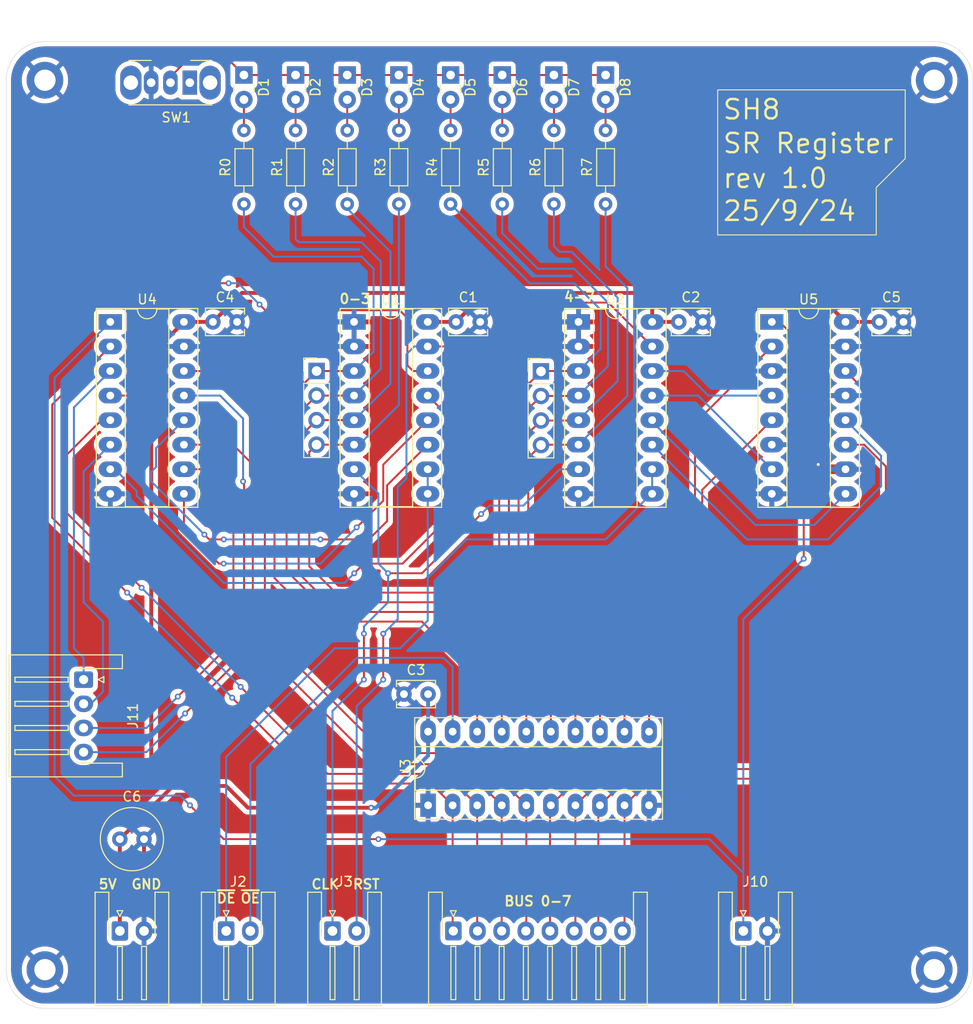
<source format=kicad_pcb>
(kicad_pcb (version 20240108) (generator "pcbnew") (generator_version "8.0")
  (layers (0 "F.Cu" signal) (31 "B.Cu" signal) (34 "B.Paste" user) (35 "F.Paste" user) (36 "B.SilkS" user "B.Silkscreen") (37 "F.SilkS" user "F.Silkscreen") (38 "B.Mask" user) (39 "F.Mask" user) (44 "Edge.Cuts" user))
  (net 0 "")
  (net 1 "+5V")
  (net 2 "GND")
  (net 3 "Net-(D1-A)")
  (net 4 "Net-(D2-A)")
  (net 5 "Net-(D3-A)")
  (net 6 "Net-(D4-A)")
  (net 7 "Net-(D5-A)")
  (net 8 "Net-(D6-A)")
  (net 9 "Net-(D7-A)")
  (net 10 "Net-(D8-A)")
  (net 11 "Net-(U2-D3)")
  (net 12 "Net-(U2-D0)")
  (net 13 "Net-(U2-D2)")
  (net 14 "Net-(U2-D1)")
  (net 15 "/OE_B")
  (net 16 "/DE_B")
  (net 17 "/CLK")
  (net 18 "/RST")
  (net 19 "/B5")
  (net 20 "/B0")
  (net 21 "/B6")
  (net 22 "/B7")
  (net 23 "/B2")
  (net 24 "/B1")
  (net 25 "/B3")
  (net 26 "/B4")
  (net 27 "/Y0")
  (net 28 "/Y1")
  (net 29 "/Y2")
  (net 30 "/Y3")
  (net 31 "/Y4")
  (net 32 "/Y5")
  (net 33 "/Y6")
  (net 34 "/Y7")
  (net 35 "Net-(D1-K)")
  (net 37 "/FLAGS_IN")
  (net 38 "/FLAGS_0")
  (net 39 "/FLAGS_2")
  (net 40 "/FLAGS_1")
  (net 41 "/FLAGS_3")
  (net 42 "Net-(U1-D0)")
  (net 43 "Net-(U1-D1)")
  (net 44 "Net-(U1-D2)")
  (net 45 "Net-(U1-D3)")
  (footprint "Capacitor_THT:C_Disc_D3.8mm_W2.6mm_P2.50mm" (layer "F.Cu") (at 121.38 78.999125)
    (property "Reference" "C4")
    (property "Value" "10n")
  )
  (footprint "Resistor_THT:R_Axial_DIN0204_L3.6mm_D1.6mm_P7.62mm_Horizontal" (layer "F.Cu") (at 145.965 66.81 90)
    (property "Reference" "R4")
    (property "Value" "1k")
  )
  (footprint "Resistor_THT:R_Axial_DIN0204_L3.6mm_D1.6mm_P7.62mm_Horizontal" (layer "F.Cu") (at 124.585 66.81 90)
    (property "Reference" "R0")
    (property "Value" "1k")
  )
  (footprint "Connector_JST:JST_XH_S2B-XH-A-1_1x02_P2.50mm_Horizontal" (layer "F.Cu") (at 122.75 142)
    (property "Reference" "J2")
    (property "Value" "Conn_01x02_Pin")
  )
  (footprint "Capacitor_THT:C_Disc_D3.8mm_W2.6mm_P2.50mm" (layer "F.Cu") (at 146.53 79)
    (property "Reference" "C1")
    (property "Value" "10n")
  )
  (footprint "LED_THT:LED_Rectangular_W3.0mm_H2.0mm" (layer "F.Cu") (at 124.585 53.46 -90)
    (property "Reference" "D1")
    (property "Value" "LED" (hide yes))
  )
  (footprint "Package_DIP:DIP-16_W7.62mm_Socket_LongPads" (layer "F.Cu") (at 179.2 79)
    (property "Reference" "U5")
    (property "Value" "74LS157")
  )
  (footprint "Resistor_THT:R_Axial_DIN0204_L3.6mm_D1.6mm_P7.62mm_Horizontal" (layer "F.Cu") (at 129.93 66.81 90)
    (property "Reference" "R1")
    (property "Value" "1k")
  )
  (footprint "Capacitor_THT:C_Disc_D3.8mm_W2.6mm_P2.50mm" (layer "F.Cu") (at 169.57 79)
    (property "Reference" "C2")
    (property "Value" "10n")
  )
  (footprint "MountingHole:MountingHole_2.2mm_M2_DIN965_Pad" (layer "F.Cu") (at 196 146)
    (property "Reference" "H2" (hide yes))
    (property "Value" "MountingHole_Pad" (hide yes))
  )
  (footprint "LED_THT:LED_Rectangular_W3.0mm_H2.0mm" (layer "F.Cu") (at 135.275 53.46 -90)
    (property "Reference" "D3")
    (property "Value" "LED" (hide yes))
  )
  (footprint "Connector_JST:JST_XH_S2B-XH-A-1_1x02_P2.50mm_Horizontal" (layer "F.Cu") (at 111.75 142)
    (property "Reference" "J1" (hide yes))
    (property "Value" "Conn_01x02_Pin")
  )
  (footprint "LED_THT:LED_Rectangular_W3.0mm_H2.0mm" (layer "F.Cu") (at 140.62 53.46 -90)
    (property "Reference" "D4")
    (property "Value" "LED" (hide yes))
  )
  (footprint "LED_THT:LED_Rectangular_W3.0mm_H2.0mm" (layer "F.Cu") (at 151.31 53.46 -90)
    (property "Reference" "D6")
    (property "Value" "LED" (hide yes))
  )
  (footprint "MountingHole:MountingHole_2.2mm_M2_DIN965_Pad" (layer "F.Cu") (at 104 54)
    (property "Reference" "H1" (hide yes))
    (property "Value" "MountingHole_Pad" (hide yes))
  )
  (footprint "Connector_JST:JST_XH_S8B-XH-A-1_1x08_P2.50mm_Horizontal" (layer "F.Cu") (at 146.25 142)
    (property "Reference" "J4" (hide yes))
    (property "Value" "Conn_01x08_Pin" (hide yes))
  )
  (footprint "Package_DIP:DIP-16_W7.62mm_Socket_LongPads" (layer "F.Cu") (at 135.98 79)
    (property "Reference" "U1")
    (property "Value" "74LS173")
  )
  (footprint "Connector_PinHeader_2.54mm:PinHeader_1x04_P2.54mm_Vertical" (layer "F.Cu") (at 132.1 84.08)
    (property "Reference" "J6" (hide yes))
    (property "Value" "Conn_01x04_Pin" (hide yes))
  )
  (footprint "Resistor_THT:R_Axial_DIN0204_L3.6mm_D1.6mm_P7.62mm_Horizontal" (layer "F.Cu") (at 156.655 66.81 90)
    (property "Reference" "R6")
    (property "Value" "1k")
  )
  (footprint "Capacitor_THT:C_Radial_D6.3mm_H11.0mm_P2.50mm" (layer "F.Cu") (at 111.75 132.5)
    (property "Reference" "C6")
    (property "Value" "1uF")
  )
  (footprint "Package_DIP:DIP-16_W7.62mm_Socket_LongPads" (layer "F.Cu") (at 159.2 79)
    (property "Reference" "U2")
    (property "Value" "74LS173")
  )
  (footprint "Connector_JST:JST_XH_S2B-XH-A-1_1x02_P2.50mm_Horizontal" (layer "F.Cu") (at 176.25 142)
    (property "Reference" "J10")
    (property "Value" "Conn_01x02_Pin")
  )
  (footprint "LED_THT:LED_Rectangular_W3.0mm_H2.0mm" (layer "F.Cu") (at 156.655 53.46 -90)
    (property "Reference" "D7")
    (property "Value" "LED" (hide yes))
  )
  (footprint "Resistor_THT:R_Axial_DIN0204_L3.6mm_D1.6mm_P7.62mm_Horizontal" (layer "F.Cu") (at 162 66.81 90)
    (property "Reference" "R7")
    (property "Value" "1k")
  )
  (footprint "MountingHole:MountingHole_2.2mm_M2_DIN965_Pad" (layer "F.Cu") (at 196 54)
    (property "Reference" "H4" (hide yes))
    (property "Value" "MountingHole_Pad" (hide yes))
  )
  (footprint "Resistor_THT:R_Axial_DIN0204_L3.6mm_D1.6mm_P7.62mm_Horizontal" (layer "F.Cu") (at 140.62 66.81 90)
    (property "Reference" "R3")
    (property "Value" "1k")
  )
  (footprint "LED_THT:LED_Rectangular_W3.0mm_H2.0mm" (layer "F.Cu") (at 162 53.46 -90)
    (property "Reference" "D8")
    (property "Value" "LED" (hide yes))
  )
  (footprint "Package_DIP:DIP-20_W7.62mm_Socket_LongPads" (layer "F.Cu") (at 143.64 129 90)
    (property "Reference" "U3")
    (property "Value" "74LS245")
  )
  (footprint "Capacitor_THT:C_Disc_D3.8mm_W2.6mm_P2.50mm" (layer "F.Cu") (at 143.64 117.5 180)
    (property "Reference" "C3")
    (property "Value" "10n")
  )
  (footprint "Connector_JST:JST_XH_S2B-XH-A-1_1x02_P2.50mm_Horizontal" (layer "F.Cu") (at 133.75 142)
    (property "Reference" "J3")
    (property "Value" "Conn_01x02_Pin")
  )
  (footprint "LED_THT:LED_Rectangular_W3.0mm_H2.0mm" (layer "F.Cu") (at 129.93 53.46 -90)
    (property "Reference" "D2")
    (property "Value" "LED" (hide yes))
  )
  (footprint "Capacitor_THT:C_Disc_D3.8mm_W2.6mm_P2.50mm" (layer "F.Cu") (at 190.32 79)
    (property "Reference" "C5")
    (property "Value" "10n")
  )
  (footprint "MountingHole:MountingHole_2.2mm_M2_DIN965_Pad" (layer "F.Cu") (at 104 146)
    (property "Reference" "H3" (hide yes))
    (property "Value" "MountingHole_Pad" (hide yes))
  )
  (footprint "LED_THT:LED_Rectangular_W3.0mm_H2.0mm" (layer "F.Cu") (at 145.965 53.46 -90)
    (property "Reference" "D5")
    (property "Value" "LED" (hide yes))
  )
  (footprint "Resistor_THT:R_Axial_DIN0204_L3.6mm_D1.6mm_P7.62mm_Horizontal" (layer "F.Cu") (at 151.31 66.81 90)
    (property "Reference" "R5")
    (property "Value" "1k")
  )
  (footprint "Connector_PinHeader_2.54mm:PinHeader_1x04_P2.54mm_Vertical" (layer "F.Cu") (at 155.32 84.12)
    (property "Reference" "J7" (hide yes))
    (property "Value" "Conn_01x04_Pin" (hide yes))
  )
  (footprint "Button_Switch_THT:SW_Slide_SPDT_Angled_CK_OS102011MA1Q" (layer "F.Cu") (at 118.985 54.25 180)
    (property "Reference" "SW1")
    (property "Value" "SW_SPDT")
  )
  (footprint "Connector_JST:JST_XH_S4B-XH-A-1_1x04_P2.50mm_Horizontal" (layer "F.Cu") (at 108 116 -90)
    (property "Reference" "J11")
    (property "Value" "Conn_01x04_Pin")
  )
  (footprint "Resistor_THT:R_Axial_DIN0204_L3.6mm_D1.6mm_P7.62mm_Horizontal" (layer "F.Cu") (at 135.275 66.81 90)
    (property "Reference" "R2")
    (property "Value" "1k")
  )
  (footprint "Package_DIP:DIP-16_W7.62mm_Socket_LongPads" (layer "F.Cu") (at 110.76 78.999125)
    (property "Reference" "U4")
    (property "Value" "74LS157")
  )
  (gr_poly (pts (xy 173.6 55) (xy 173.6 70) (xy 190 70) (xy 190 65.1) (xy 193 62.1) (xy 193 55)) (stroke (width 0.1)) (fill none) (layer "F.SilkS"))
  (gr_line (start 196 150) (end 104 150) (stroke (width 0.05)) (layer "Edge.Cuts"))
  (gr_arc (start 196 50) (mid 198.828427 51.171573) (end 200 54) (stroke (width 0.05)) (layer "Edge.Cuts"))
  (gr_line (start 200 54) (end 200 146) (stroke (width 0.05)) (layer "Edge.Cuts"))
  (gr_arc (start 200 146) (mid 198.828427 148.828427) (end 196 150) (stroke (width 0.05)) (layer "Edge.Cuts"))
  (gr_line (start 104 50) (end 196 50) (stroke (width 0.05)) (layer "Edge.Cuts"))
  (gr_arc (start 100 54) (mid 101.171573 51.171573) (end 104 50) (stroke (width 0.05)) (layer "Edge.Cuts"))
  (gr_arc (start 104 150) (mid 101.171573 148.828427) (end 100 146) (stroke (width 0.05)) (layer "Edge.Cuts"))
  (gr_line (start 100 146) (end 100 54) (stroke (width 0.05)) (layer "Edge.Cuts"))
  (gr_text "rev 1.0" (at 174 65.3 0) (layer "F.SilkS") (effects (font (size 2 2) (thickness 0.25)) (justify left bottom)))
  (gr_text "0-3" (at 137.78 77.2 0) (layer "F.SilkS") (effects (font (size 1 1) (thickness 0.2) (bold yes)) (justify right bottom)))
  (gr_text "CLK" (at 133 137.75 0) (layer "F.SilkS") (effects (font (size 1 1) (thickness 0.2) (bold yes)) (justify bottom)))
  (gr_text "~{DE}\n" (at 122.75 139.2 0) (layer "F.SilkS") (effects (font (size 1 1) (thickness 0.2) (bold yes)) (justify bottom)))
  (gr_text "~{OE}\n" (at 125.25 139.2 0) (layer "F.SilkS") (effects (font (size 1 1) (thickness 0.2) (bold yes)) (justify bottom)))
  (gr_text "4-7\n" (at 161 77 0) (layer "F.SilkS") (effects (font (size 1 1) (thickness 0.2) (bold yes)) (justify right bottom)))
  (gr_text "25/9/24" (at 174 68.7 0) (layer "F.SilkS") (effects (font (size 2 2) (thickness 0.25)) (justify left bottom)))
  (gr_text "5V\n" (at 110.5 137.75 0) (layer "F.SilkS") (effects (font (size 1 1) (thickness 0.2) (bold yes)) (justify bottom)))
  (gr_text "GND" (at 114.5 137.75 0) (layer "F.SilkS") (effects (font (size 1 1) (thickness 0.2) (bold yes)) (justify bottom)))
  (gr_text "SH8" (at 174 58.2 0) (layer "F.SilkS") (effects (font (size 2 2) (thickness 0.25)) (justify left bottom)))
  (gr_text "SR Register" (at 174 61.7 0) (layer "F.SilkS") (effects (font (size 2 2) (thickness 0.25)) (justify left bottom)))
  (gr_text "RST" (at 137.25 137.75 0) (layer "F.SilkS") (effects (font (size 1 1) (thickness 0.2) (bold yes)) (justify bottom)))
  (segment (start 115 124.5) (end 117.5 127) (width 0.4) (layer "F.Cu") (net 1))
  (segment (start 111.75 132.5) (end 117.25 127) (width 0.4) (layer "F.Cu") (net 1))
  (segment (start 118.38 78.999125) (end 121.38 78.999125) (width 0.4) (layer "F.Cu") (net 1))
  (segment (start 124.5 76) (end 124.379125 76) (width 0.4) (layer "F.Cu") (net 1))
  (segment (start 146.53 79) (end 149.53 76) (width 0.4) (layer "F.Cu") (net 1))
  (segment (start 111.75 132.5) (end 111.75 142) (width 0.4) (layer "F.Cu") (net 1))
  (segment (start 182.82 75) (end 169.5 75) (width 0.4) (layer "F.Cu") (net 1))
  (segment (start 166.82 79) (end 169.57 79) (width 0.4) (layer "F.Cu") (net 1))
  (segment (start 168.5 76) (end 166.82 77.68) (width 0.4) (layer "F.Cu") (net 1))
  (segment (start 115 82.379125) (end 115 124.5) (width 0.4) (layer "F.Cu") (net 1))
  (segment (start 150 76) (end 124.5 76) (width 0.4) (layer "F.Cu") (net 1))
  (segment (start 124.379125 76) (end 121.38 78.999125) (width 0.4) (layer "F.Cu") (net 1))
  (segment (start 166.82 77.68) (end 166.82 79) (width 0.4) (layer "F.Cu") (net 1))
  (segment (start 117.25 127) (end 117.5 127) (width 0.4) (layer "F.Cu") (net 1))
  (segment (start 150 76) (end 168.5 76) (width 0.4) (layer "F.Cu") (net 1))
  (segment (start 186.82 79) (end 182.82 75) (width 0.4) (layer "F.Cu") (net 1))
  (segment (start 118.38 78.999125) (end 115 82.379125) (width 0.4) (layer "F.Cu") (net 1))
  (segment (start 146.53 79) (end 143.6 79) (width 0.4) (layer "F.Cu") (net 1))
  (segment (start 125 129.25) (end 137.75 129.25) (width 0.4) (layer "F.Cu") (net 1))
  (segment (start 149.53 76) (end 150 76) (width 0.4) (layer "F.Cu") (net 1))
  (segment (start 186.82 79) (end 190.32 79) (width 0.4) (layer "F.Cu") (net 1))
  (segment (start 122.75 127) (end 125 129.25) (width 0.4) (layer "F.Cu") (net 1))
  (segment (start 169.5 75) (end 168.5 76) (width 0.4) (layer "F.Cu") (net 1))
  (segment (start 117.5 127) (end 122.75 127) (width 0.4) (layer "F.Cu") (net 1))
  (via (at 137.75 129.25) (size 0.6) (drill 0.3) (layers "F.Cu" "B.Cu") (net 1))
  (segment (start 138.25 129.25) (end 143.64 123.86) (width 0.4) (layer "B.Cu") (net 1))
  (segment (start 143.64 117.5) (end 143.64 121.38) (width 0.4) (layer "B.Cu") (net 1))
  (segment (start 143.64 123.86) (end 143.64 121.38) (width 0.4) (layer "B.Cu") (net 1))
  (segment (start 137.75 129.25) (end 138.25 129.25) (width 0.4) (layer "B.Cu") (net 1))
  (segment (start 186.82 94.24) (end 184.49 94.24) (width 1) (layer "F.Cu") (net 2))
  (segment (start 114.25 132.5) (end 114.25 142) (width 0.4) (layer "F.Cu") (net 2))
  (segment (start 184.49 94.24) (end 184 93.75) (width 1) (layer "F.Cu") (net 2))
  (via (at 184 93.75) (size 0.6) (drill 0.3) (layers "F.Cu" "B.Cu") (net 2))
  (segment (start 121.34 81.539125) (end 123.88 78.999125) (width 0.2) (layer "B.Cu") (net 2))
  (segment (start 118.38 81.539125) (end 121.34 81.539125) (width 0.2) (layer "B.Cu") (net 2))
  (segment (start 159.2 79) (end 159.2 81.54) (width 0.2) (layer "B.Cu") (net 2))
  (segment (start 135.98 81.54) (end 135.98 79) (width 0.2) (layer "B.Cu") (net 2))
  (segment (start 181.95 91.7) (end 184 93.75) (width 0.4) (layer "B.Cu") (net 2))
  (segment (start 179.2 91.7) (end 181.95 91.7) (width 0.4) (layer "B.Cu") (net 2))
  (segment (start 124.585 56) (end 124.585 59.19) (width 0.2) (layer "F.Cu") (net 3))
  (segment (start 129.93 59.19) (end 129.93 56) (width 0.2) (layer "F.Cu") (net 4))
  (segment (start 135.275 56) (end 135.275 59.19) (width 0.2) (layer "F.Cu") (net 5))
  (segment (start 140.62 56) (end 140.62 59.19) (width 0.2) (layer "F.Cu") (net 6))
  (segment (start 145.965 56) (end 145.965 59.19) (width 0.2) (layer "F.Cu") (net 7))
  (segment (start 151.31 56) (end 151.31 59.19) (width 0.2) (layer "F.Cu") (net 8))
  (segment (start 156.655 59.19) (end 156.655 56) (width 0.2) (layer "F.Cu") (net 9))
  (segment (start 162 55.69) (end 162 58.88) (width 0.2) (layer "F.Cu") (net 10))
  (segment (start 190.5 92.84) (end 186.82 89.16) (width 0.2) (layer "B.Cu") (net 11))
  (segment (start 166.82 91.7) (end 176.62 101.5) (width 0.2) (layer "B.Cu") (net 11))
  (segment (start 185 101.5) (end 190.5 96) (width 0.2) (layer "B.Cu") (net 11))
  (segment (start 190.5 96) (end 190.5 92.84) (width 0.2) (layer "B.Cu") (net 11))
  (segment (start 176.62 101.5) (end 185 101.5) (width 0.2) (layer "B.Cu") (net 11))
  (segment (start 172.62 86.62) (end 179.2 86.62) (width 0.2) (layer "B.Cu") (net 12))
  (segment (start 166.82 84.08) (end 170.08 84.08) (width 0.2) (layer "B.Cu") (net 12))
  (segment (start 170.08 84.08) (end 172.62 86.62) (width 0.2) (layer "B.Cu") (net 12))
  (segment (start 177.5 100) (end 183.6 100) (width 0.2) (layer "B.Cu") (net 13))
  (segment (start 166.82 89.32) (end 177.5 100) (width 0.2) (layer "B.Cu") (net 13))
  (segment (start 183.6 100) (end 186.82 96.78) (width 0.2) (layer "B.Cu") (net 13))
  (segment (start 166.82 89.16) (end 166.82 89.32) (width 0.2) (layer "B.Cu") (net 13))
  (segment (start 171.58 86.62) (end 179.2 94.24) (width 0.2) (layer "B.Cu") (net 14))
  (segment (start 166.82 86.62) (end 171.58 86.62) (width 0.2) (layer "B.Cu") (net 14))
  (segment (start 136.25 113.75) (end 125.25 124.75) (width 0.2) (layer "B.Cu") (net 15))
  (segment (start 146.18 114.68) (end 145.25 113.75) (width 0.2) (layer "B.Cu") (net 15))
  (segment (start 125.25 124.75) (end 125.25 142) (width 0.2) (layer "B.Cu") (net 15))
  (segment (start 145.25 113.75) (end 136.25 113.75) (width 0.2) (layer "B.Cu") (net 15))
  (segment (start 146.18 121.38) (end 146.18 114.68) (width 0.2) (layer "B.Cu") (net 15))
  (segment (start 143.6 109.9) (end 140.75 112.75) (width 0.2) (layer "B.Cu") (net 16))
  (segment (start 147.6 101.5) (end 143.6 105.5) (width 0.2) (layer "B.Cu") (net 16))
  (segment (start 134 112.75) (end 122.75 124) (width 0.2) (layer "B.Cu") (net 16))
  (segment (start 166.72 96.78) (end 162 101.5) (width 0.2) (layer "B.Cu") (net 16))
  (segment (start 140.75 112.75) (end 134 112.75) (width 0.2) (layer "B.Cu") (net 16))
  (segment (start 162 101.5) (end 147.6 101.5) (width 0.2) (layer "B.Cu") (net 16))
  (segment (start 166.82 96.78) (end 166.82 94.24) (width 0.2) (layer "B.Cu") (net 16))
  (segment (start 143.6 96.78) (end 143.6 109.9) (width 0.2) (layer "B.Cu") (net 16))
  (segment (start 143.6 96.78) (end 143.6 94.24) (width 0.2) (layer "B.Cu") (net 16))
  (segment (start 122.75 124) (end 122.75 142) (width 0.2) (layer "B.Cu") (net 16))
  (segment (start 166.82 96.78) (end 166.72 96.78) (width 0.2) (layer "B.Cu") (net 16))
  (segment (start 143 105) (end 139.5 105) (width 0.2) (layer "F.Cu") (net 17))
  (segment (start 149.125 98.875) (end 143 105) (width 0.2) (layer "F.Cu") (net 17))
  (segment (start 137 116) (end 137 111.25) (width 0.2) (layer "F.Cu") (net 17))
  (via (at 149.125 98.875) (size 0.6) (drill 0.3) (layers "F.Cu" "B.Cu") (net 17))
  (via (at 139.5 105) (size 0.6) (drill 0.3) (layers "F.Cu" "B.Cu") (net 17))
  (via (at 137 111.25) (size 0.6) (drill 0.3) (layers "F.Cu" "B.Cu") (net 17))
  (via (at 137 116) (size 0.6) (drill 0.3) (layers "F.Cu" "B.Cu") (net 17))
  (segment (start 137 111.25) (end 137 110.5) (width 0.2) (layer "B.Cu") (net 17))
  (segment (start 139.5 108) (end 139.5 105) (width 0.2) (layer "B.Cu") (net 17))
  (segment (start 138.5 96.76) (end 135.98 94.24) (width 0.2) (layer "B.Cu") (net 17))
  (segment (start 133.75 142) (end 133.75 119.25) (width 0.2) (layer "B.Cu") (net 17))
  (segment (start 150 98) (end 153.5 98) (width 0.2) (layer "B.Cu") (net 17))
  (segment (start 149.125 98.875) (end 150 98) (width 0.2) (layer "B.Cu") (net 17))
  (segment (start 139.5 105) (end 138.5 104) (width 0.2) (layer "B.Cu") (net 17))
  (segment (start 157.26 94.24) (end 159.2 94.24) (width 0.2) (layer "B.Cu") (net 17))
  (segment (start 138.5 104) (end 138.5 96.76) (width 0.2) (layer "B.Cu") (net 17))
  (segment (start 133.75 119.25) (end 137 116) (width 0.2) (layer "B.Cu") (net 17))
  (segment (start 137 110.5) (end 139.5 108) (width 0.2) (layer "B.Cu") (net 17))
  (segment (start 153.5 98) (end 157.26 94.24) (width 0.2) (layer "B.Cu") (net 17))
  (segment (start 139 116) (end 139 111.25) (width 0.2) (layer "F.Cu") (net 18))
  (segment (start 143.6 81.54) (end 152.96 81.54) (width 0.2) (layer "F.Cu") (net 18))
  (segment (start 162.28 77) (end 166.82 81.54) (width 0.2) (layer "F.Cu") (net 18))
  (segment (start 157.5 77) (end 162.28 77) (width 0.2) (layer "F.Cu") (net 18))
  (segment (start 152.96 81.54) (end 157.5 77) (width 0.2) (layer "F.Cu") (net 18))
  (via (at 139 111.25) (size 0.6) (drill 0.3) (layers "F.Cu" "B.Cu") (net 18))
  (via (at 139 116) (size 0.6) (drill 0.3) (layers "F.Cu" "B.Cu") (net 18))
  (segment (start 136.25 142) (end 136.25 118.75) (width 0.2) (layer "B.Cu") (net 18))
  (segment (start 140.5 109.75) (end 140.5 96.1) (width 0.2) (layer "B.Cu") (net 18))
  (segment (start 139 111.25) (end 140.5 109.75) (width 0.2) (layer "B.Cu") (net 18))
  (segment (start 142.21 81.54) (end 143.6 81.54) (width 0.2) (layer "B.Cu") (net 18))
  (segment (start 140.5 96.1) (end 141.4 95.2) (width 0.2) (layer "B.Cu") (net 18))
  (segment (start 136.25 118.75) (end 139 116) (width 0.2) (layer "B.Cu") (net 18))
  (segment (start 141.4 95.2) (end 141.4 82.35) (width 0.2) (layer "B.Cu") (net 18))
  (segment (start 141.4 82.35) (end 142.21 81.54) (width 0.2) (layer "B.Cu") (net 18))
  (segment (start 163.63 124.25) (end 158.88 129) (width 0.2) (layer "F.Cu") (net 19))
  (segment (start 179.2 89.16) (end 172 96.36) (width 0.2) (layer "F.Cu") (net 19))
  (segment (start 172 122.5) (end 170.25 124.25) (width 0.2) (layer "F.Cu") (net 19))
  (segment (start 172 96.36) (end 172 122.5) (width 0.2) (layer "F.Cu") (net 19))
  (segment (start 158.88 129) (end 158.88 141.87) (width 0.2) (layer "F.Cu") (net 19))
  (segment (start 170.25 124.25) (end 163.63 124.25) (width 0.2) (layer "F.Cu") (net 19))
  (segment (start 158.88 141.87) (end 158.75 142) (width 0.2) (layer "F.Cu") (net 19))
  (segment (start 104.75 99.25) (end 104.75 87.549125) (width 0.2) (layer "F.Cu") (net 20))
  (segment (start 123.375 117.875) (end 132.25 126.75) (width 0.2) (layer "F.Cu") (net 20))
  (segment (start 112.5 107) (end 104.75 99.25) (width 0.2) (layer "F.Cu") (net 20))
  (segment (start 132.25 126.75) (end 143.93 126.75) (width 0.2) (layer "F.Cu") (net 20))
  (segment (start 146.18 129) (end 146.18 141.93) (width 0.2) (layer "F.Cu") (net 20))
  (segment (start 104.75 87.549125) (end 110.76 81.539125) (width 0.2) (layer "F.Cu") (net 20))
  (segment (start 143.93 126.75) (end 146.18 129) (width 0.2) (layer "F.Cu") (net 20))
  (segment (start 146.18 141.93) (end 146.25 142) (width 0.2) (layer "F.Cu") (net 20))
  (via (at 123.375 117.875) (size 0.6) (drill 0.3) (layers "F.Cu" "B.Cu") (net 20))
  (via (at 112.5 107) (size 0.6) (drill 0.3) (layers "F.Cu" "B.Cu") (net 20))
  (segment (start 123.375 117.875) (end 112.5 107) (width 0.2) (layer "B.Cu") (net 20))
  (segment (start 191 115.934314) (end 181.684314 125.25) (width 0.2) (layer "F.Cu") (net 21))
  (segment (start 188.75 91.7) (end 191 93.95) (width 0.2) (layer "F.Cu") (net 21))
  (segment (start 165.17 125.25) (end 161.42 129) (width 0.2) (layer "F.Cu") (net 21))
  (segment (start 161.25 142) (end 161.25 129.17) (width 0.2) (layer "F.Cu") (net 21))
  (segment (start 186.82 91.7) (end 188.75 91.7) (width 0.2) (layer "F.Cu") (net 21))
  (segment (start 161.25 129.17) (end 161.42 129) (width 0.2) (layer "F.Cu") (net 21))
  (segment (start 191 93.95) (end 191 115.934314) (width 0.2) (layer "F.Cu") (net 21))
  (segment (start 181.684314 125.25) (end 165.17 125.25) (width 0.2) (layer "F.Cu") (net 21))
  (segment (start 193 116.5) (end 193 90.26) (width 0.2) (layer "F.Cu") (net 22))
  (segment (start 163.96 129) (end 163.96 141.79) (width 0.2) (layer "F.Cu") (net 22))
  (segment (start 183.25 126.25) (end 193 116.5) (width 0.2) (layer "F.Cu") (net 22))
  (segment (start 163.96 129) (end 166.71 126.25) (width 0.2) (layer "F.Cu") (net 22))
  (segment (start 193 90.26) (end 186.82 84.08) (width 0.2) (layer "F.Cu") (net 22))
  (segment (start 166.71 126.25) (end 183.25 126.25) (width 0.2) (layer "F.Cu") (net 22))
  (segment (start 163.96 141.79) (end 163.75 142) (width 0.2) (layer "F.Cu") (net 22))
  (segment (start 151.25 142) (end 151.25 129.01) (width 0.2) (layer "F.Cu") (net 23))
  (segment (start 147.25 124.75) (end 138.25 124.75) (width 0.2) (layer "F.Cu") (net 23))
  (segment (start 138.25 124.75) (end 125.5 112) (width 0.2) (layer "F.Cu") (net 23))
  (segment (start 149.76 127.5) (end 149.76 127.26) (width 0.2) (layer "F.Cu") (net 23))
  (segment (start 151.26 129) (end 149.76 127.5) (width 0.2) (layer "F.Cu") (net 23))
  (segment (start 125.5 112) (end 125.5 93.75) (width 0.2) (layer "F.Cu") (net 23))
  (segment (start 123.449125 91.699125) (end 118.38 91.699125) (width 0.2) (layer "F.Cu") (net 23))
  (segment (start 151.25 129.01) (end 151.26 129) (width 0.2) (layer "F.Cu") (net 23))
  (segment (start 125.5 93.75) (end 123.449125 91.699125) (width 0.2) (layer "F.Cu") (net 23))
  (segment (start 149.76 127.26) (end 147.25 124.75) (width 0.2) (layer "F.Cu") (net 23))
  (segment (start 145.47 125.75) (end 148.72 129) (width 0.2) (layer "F.Cu") (net 24))
  (segment (start 109.840875 89.159125) (end 110.76 89.159125) (width 0.2) (layer "F.Cu") (net 24))
  (segment (start 124.25 116.75) (end 133.25 125.75) (width 0.2) (layer "F.Cu") (net 24))
  (segment (start 106.25 98.75) (end 106.25 92.75) (width 0.2) (layer "F.Cu") (net 24))
  (segment (start 106.25 92.75) (end 109.840875 89.159125) (width 0.2) (layer "F.Cu") (net 24))
  (segment (start 148.72 141.97) (end 148.75 142) (width 0.2) (layer "F.Cu") (net 24))
  (segment (start 114 106.5) (end 106.25 98.75) (width 0.2) (layer "F.Cu") (net 24))
  (segment (start 133.25 125.75) (end 145.47 125.75) (width 0.2) (layer "F.Cu") (net 24))
  (segment (start 148.72 129) (end 148.72 141.97) (width 0.2) (layer "F.Cu") (net 24))
  (via (at 124.25 116.75) (size 0.6) (drill 0.3) (layers "F.Cu" "B.Cu") (net 24))
  (via (at 114 106.5) (size 0.6) (drill 0.3) (layers "F.Cu" "B.Cu") (net 24))
  (segment (start 124.25 116.75) (end 114 106.5) (width 0.2) (layer "B.Cu") (net 24))
  (segment (start 153.8 141.95) (end 153.75 142) (width 0.2) (layer "F.Cu") (net 25))
  (segment (start 139.165686 123.6) (end 126.75 111.184314) (width 0.2) (layer "F.Cu") (net 25))
  (segment (start 148.4 123.6) (end 139.165686 123.6) (width 0.2) (layer "F.Cu") (net 25))
  (segment (start 126.75 111.184314) (end 126.75 87.25) (width 0.2) (layer "F.Cu") (net 25))
  (segment (start 153.8 129) (end 148.4 123.6) (width 0.2) (layer "F.Cu") (net 25))
  (segment (start 123.579125 84.079125) (end 118.38 84.079125) (width 0.2) (layer "F.Cu") (net 25))
  (segment (start 153.8 129) (end 153.8 141.95) (width 0.2) (layer "F.Cu") (net 25))
  (segment (start 126.75 87.25) (end 123.579125 84.079125) (width 0.2) (layer "F.Cu") (net 25))
  (segment (start 162.09 123.25) (end 170 123.25) (width 0.2) (layer "F.Cu") (net 26))
  (segment (start 156.34 129) (end 162.09 123.25) (width 0.2) (layer "F.Cu") (net 26))
  (segment (start 171.25 122) (end 171.25 89.49) (width 0.2) (layer "F.Cu") (net 26))
  (segment (start 170 123.25) (end 171.25 122) (width 0.2) (layer "F.Cu") (net 26))
  (segment (start 156.25 142) (end 156.25 129.09) (width 0.2) (layer "F.Cu") (net 26))
  (segment (start 156.25 129.09) (end 156.34 129) (width 0.2) (layer "F.Cu") (net 26))
  (segment (start 171.25 89.49) (end 179.2 81.54) (width 0.2) (layer "F.Cu") (net 26))
  (segment (start 132.1 84.08) (end 135.98 84.08) (width 0.2) (layer "F.Cu") (net 27))
  (segment (start 127.75 105.5) (end 132.25 110) (width 0.2) (layer "F.Cu") (net 27))
  (segment (start 148.72 115.72) (end 148.72 121.38) (width 0.2) (layer "F.Cu") (net 27))
  (segment (start 132.25 110) (end 143 110) (width 0.2) (layer "F.Cu") (net 27))
  (segment (start 127.75 88.43) (end 127.75 105.5) (width 0.2) (layer "F.Cu") (net 27))
  (segment (start 143 110) (end 148.72 115.72) (width 0.2) (layer "F.Cu") (net 27))
  (segment (start 132.1 84.08) (end 127.75 88.43) (width 0.2) (layer "F.Cu") (net 27))
  (segment (start 138 82.06) (end 138 73.5) (width 0.2) (layer "B.Cu") (net 27))
  (segment (start 127.65 72.25) (end 124.585 69.185) (width 0.2) (layer "B.Cu") (net 27))
  (segment (start 124.585 69.185) (end 124.585 66.81) (width 0.2) (layer "B.Cu") (net 27))
  (segment (start 138 73.5) (end 136.75 72.25) (width 0.2) (layer "B.Cu") (net 27))
  (segment (start 136.75 72.25) (end 127.65 72.25) (width 0.2) (layer "B.Cu") (net 27))
  (segment (start 135.98 84.08) (end 138 82.06) (width 0.2) (layer "B.Cu") (net 27))
  (segment (start 144.5 109) (end 151.26 115.76) (width 0.2) (layer "F.Cu") (net 28))
  (segment (start 132.1 86.62) (end 129 89.72) (width 0.2) (layer "F.Cu") (net 28))
  (segment (start 129 89.72) (end 129 104.75) (width 0.2) (layer "F.Cu") (net 28))
  (segment (start 129 104.75) (end 133.25 109) (width 0.2) (layer "F.Cu") (net 28))
  (segment (start 133.25 109) (end 144.5 109) (width 0.2) (layer "F.Cu") (net 28))
  (segment (start 135.98 86.62) (end 132.1 86.62) (width 0.2) (layer "F.Cu") (net 28))
  (segment (start 151.26 115.76) (end 151.26 121.38) (width 0.2) (layer "F.Cu") (net 28))
  (segment (start 136.75 70.75) (end 138.75 72.75) (width 0.2) (layer "B.Cu") (net 28))
  (segment (start 129.93 70.43) (end 130.25 70.75) (width 0.2) (layer "B.Cu") (net 28))
  (segment (start 130.25 70.75) (end 136.75 70.75) (width 0.2) (layer "B.Cu") (net 28))
  (segment (start 138.75 83.85) (end 135.98 86.62) (width 0.2) (layer "B.Cu") (net 28))
  (segment (start 129.93 66.81) (end 129.93 70.43) (width 0.2) (layer "B.Cu") (net 28))
  (segment (start 138.75 72.75) (end 138.75 83.85) (width 0.2) (layer "B.Cu") (net 28))
  (segment (start 145.625 108) (end 153.8 116.175) (width 0.2) (layer "F.Cu") (net 29))
  (segment (start 130.25 105) (end 133.25 108) (width 0.2) (layer "F.Cu") (net 29))
  (segment (start 130.25 91.01) (end 130.25 105) (width 0.2) (layer "F.Cu") (net 29))
  (segment (start 132.1 89.16) (end 130.25 91.01) (width 0.2) (layer "F.Cu") (net 29))
  (segment (start 153.8 116.175) (end 153.8 121.38) (width 0.2) (layer "F.Cu") (net 29))
  (segment (start 132.1 89.16) (end 135.98 89.16) (width 0.2) (layer "F.Cu") (net 29))
  (segment (start 133.25 108) (end 145.625 108) (width 0.2) (layer "F.Cu") (net 29))
  (segment (start 135.275 67.275) (end 139.75 71.75) (width 0.2) (layer "B.Cu") (net 29))
  (segment (start 135.275 66.81) (end 135.275 67.275) (width 0.2) (layer "B.Cu") (net 29))
  (segment (start 139.75 85.39) (end 135.98 89.16) (width 0.2) (layer "B.Cu") (net 29))
  (segment (start 139.75 71.75) (end 139.75 85.39) (width 0.2) (layer "B.Cu") (net 29))
  (segment (start 156.34 116.34) (end 156.34 121.38) (width 0.2) (layer "F.Cu") (net 30))
  (segment (start 131.35 92.45) (end 131.35 104.284314) (width 0.2) (layer "F.Cu") (net 30))
  (segment (start 134.065686 107) (end 147 107) (width 0.2) (layer "F.Cu") (net 30))
  (segment (start 147 107) (end 156.34 116.34) (width 0.2) (layer "F.Cu") (net 30))
  (segment (start 131.35 104.284314) (end 134.065686 107) (width 0.2) (layer "F.Cu") (net 30))
  (segment (start 135.98 91.7) (end 132.1 91.7) (width 0.2) (layer "F.Cu") (net 30))
  (segment (start 132.1 91.7) (end 131.35 92.45) (width 0.2) (layer "F.Cu") (net 30))
  (segment (start 140.62 66.81) (end 140.62 87.58) (width 0.2) (layer "B.Cu") (net 30))
  (segment (start 136.5 91.7) (end 135.98 91.7) (width 0.2) (layer "B.Cu") (net 30))
  (segment (start 140.62 87.58) (end 136.5 91.7) (width 0.2) (layer "B.Cu") (net 30))
  (segment (start 155.36 84.08) (end 155.32 84.12) (width 0.2) (layer "F.Cu") (net 31))
  (segment (start 151 88.44) (end 151 107.631372) (width 0.2) (layer "F.Cu") (net 31))
  (segment (start 158.88 115.511372) (end 158.88 121.38) (width 0.2) (layer "F.Cu") (net 31))
  (segment (start 155.32 84.12) (end 151 88.44) (width 0.2) (layer "F.Cu") (net 31))
  (segment (start 151 107.631372) (end 158.88 115.511372) (width 0.2) (layer "F.Cu") (net 31))
  (segment (start 159.2 84.08) (end 155.36 84.08) (width 0.2) (layer "F.Cu") (net 31))
  (segment (start 161.5 77.75) (end 158.75 75) (width 0.2) (layer "B.Cu") (net 31))
  (segment (start 159.2 84.08) (end 161.5 81.78) (width 0.2) (layer "B.Cu") (net 31))
  (segment (start 158.75 75) (end 154.155 75) (width 0.2) (layer "B.Cu") (net 31))
  (segment (start 154.155 75) (end 145.965 66.81) (width 0.2) (layer "B.Cu") (net 31))
  (segment (start 161.5 81.78) (end 161.5 77.75) (width 0.2) (layer "B.Cu") (net 31))
  (segment (start 161.42 121.38) (end 161.42 116.42) (width 0.2) (layer "F.Cu") (net 32))
  (segment (start 159.16 86.66) (end 159.2 86.62) (width 0.2) (layer "F.Cu") (net 32))
  (segment (start 161.42 116.42) (end 152 107) (width 0.2) (layer "F.Cu") (net 32))
  (segment (start 155.32 86.66) (end 159.16 86.66) (width 0.2) (layer "F.Cu") (net 32))
  (segment (start 152 107) (end 152 89.98) (width 0.2) (layer "F.Cu") (net 32))
  (segment (start 152 89.98) (end 155.32 86.66) (width 0.2) (layer "F.Cu") (net 32))
  (segment (start 151.31 66.81) (end 151.31 69.81) (width 0.2) (layer "B.Cu") (net 32))
  (segment (start 155 73.5) (end 158.75 73.5) (width 0.2) (layer "B.Cu") (net 32))
  (segment (start 158.75 73.5) (end 162.25 77) (width 0.2) (layer "B.Cu") (net 32))
  (segment (start 151.31 69.81) (end 155 73.5) (width 0.2) (layer "B.Cu") (net 32))
  (segment (start 162.25 83.57) (end 159.2 86.62) (width 0.2) (layer "B.Cu") (net 32))
  (segment (start 162.25 77) (end 162.25 83.57) (width 0.2) (layer "B.Cu") (net 32))
  (segment (start 153 91.52) (end 153 106.625) (width 0.2) (layer "F.Cu") (net 33))
  (segment (start 155.32 89.2) (end 159.16 89.2) (width 0.2) (layer "F.Cu") (net 33))
  (segment (start 163.96 117.585) (end 163.96 121.38) (width 0.2) (layer "F.Cu") (net 33))
  (segment (start 153 106.625) (end 163.96 117.585) (width 0.2) (layer "F.Cu") (net 33))
  (segment (start 155.32 89.2) (end 153 91.52) (width 0.2) (layer "F.Cu") (net 33))
  (segment (start 159.16 89.2) (end 159.2 89.16) (width 0.2) (layer "F.Cu") (net 33))
  (segment (start 157.25 71.75) (end 158.5 71.75) (width 0.2) (layer "B.Cu") (net 33))
  (segment (start 156.655 66.81) (end 156.655 71.155) (width 0.2) (layer "B.Cu") (net 33))
  (segment (start 163.25 85.11) (end 159.2 89.16) (width 0.2) (layer "B.Cu") (net 33))
  (segment (start 163.25 76.5) (end 163.25 85.11) (width 0.2) (layer "B.Cu") (net 33))
  (segment (start 158.5 71.75) (end 163.25 76.5) (width 0.2) (layer "B.Cu") (net 33))
  (segment (start 156.655 71.155) (end 157.25 71.75) (width 0.2) (layer "B.Cu") (net 33))
  (segment (start 154 93.06) (end 155.32 91.74) (width 0.2) (layer "F.Cu") (net 34))
  (segment (start 154 106.25) (end 154 93.06) (width 0.2) (layer "F.Cu") (net 34))
  (segment (start 166.5 118.75) (end 154 106.25) (width 0.2) (layer "F.Cu") (net 34))
  (segment (start 155.36 91.7) (end 155.32 91.74) (width 0.2) (layer "F.Cu") (net 34))
  (segment (start 159.2 91.7) (end 155.36 91.7) (width 0.2) (layer "F.Cu") (net 34))
  (segment (start 166.5 121.38) (end 166.5 118.75) (width 0.2) (layer "F.Cu") (net 34))
  (segment (start 162 73.25) (end 164.25 75.5) (width 0.2) (layer "B.Cu") (net 34))
  (segment (start 164.25 75.5) (end 164.25 86.65) (width 0.2) (layer "B.Cu") (net 34))
  (segment (start 162 66.81) (end 162 73.25) (width 0.2) (layer "B.Cu") (net 34))
  (segment (start 164.25 86.65) (end 159.2 91.7) (width 0.2) (layer "B.Cu") (net 34))
  (segment (start 119.135 51.5) (end 116.985 53.65) (width 0.2) (layer "F.Cu") (net 35))
  (segment (start 122.625 51.5) (end 124.585 53.46) (width 0.2) (layer "F.Cu") (net 35))
  (segment (start 162 53.46) (end 124.585 53.46) (width 0.2) (layer "F.Cu") (net 35))
  (segment (start 116.985 53.65) (end 116.985 54.25) (width 0.2) (layer "F.Cu") (net 35))
  (segment (start 122.625 51.5) (end 119.135 51.5) (width 0.2) (layer "F.Cu") (net 35))
  (segment (start 182.5 103.5) (end 182.5 81.5) (width 0.2) (layer "F.Cu") (net 37))
  (segment (start 182.5 81.5) (end 180 79) (width 0.2) (layer "F.Cu") (net 37))
  (segment (start 122.5 132.5) (end 119 129) (width 0.2) (layer "F.Cu") (net 37))
  (segment (start 138.5 132.5) (end 122.5 132.5) (width 0.2) (layer "F.Cu") (net 37))
  (segment (start 180 79) (end 179.2 79) (width 0.2) (layer "F.Cu") (net 37))
  (via (at 182.5 103.5) (size 0.6) (drill 0.3) (layers "F.Cu" "B.Cu") (net 37))
  (via (at 119 129) (size 0.6) (drill 0.3) (layers "F.Cu" "B.Cu") (net 37))
  (via (at 138.5 132.5) (size 0.6) (drill 0.3) (layers "F.Cu" "B.Cu") (net 37))
  (segment (start 118 128) (end 107 128) (width 0.2) (layer "B.Cu") (net 37))
  (segment (start 172.75 132.5) (end 138.5 132.5) (width 0.2) (layer "B.Cu") (net 37))
  (segment (start 107 128) (end 105 126) (width 0.2) (layer "B.Cu") (net 37))
  (segment (start 119 129) (end 118 128) (width 0.2) (layer "B.Cu") (net 37))
  (segment (start 176.25 109.75) (end 182.5 103.5) (width 0.2) (layer "B.Cu") (net 37))
  (segment (start 176.25 142) (end 176.25 136) (width 0.2) (layer "B.Cu") (net 37))
  (segment (start 105 84.759125) (end 110.76 78.999125) (width 0.2) (layer "B.Cu") (net 37))
  (segment (start 176.25 136) (end 176.25 109.75) (width 0.2) (layer "B.Cu") (net 37))
  (segment (start 176.25 136) (end 172.75 132.5) (width 0.2) (layer "B.Cu") (net 37))
  (segment (start 105 126) (end 105 84.759125) (width 0.2) (layer "B.Cu") (net 37))
  (segment (start 108 116) (end 108 113.75) (width 0.2) (layer "B.Cu") (net 38))
  (segment (start 108 113.75) (end 107 112.75) (width 0.2) (layer "B.Cu") (net 38))
  (segment (start 107 87.839125) (end 110.76 84.079125) (width 0.2) (layer "B.Cu") (net 38))
  (segment (start 107 112.75) (end 107 87.839125) (width 0.2) (layer "B.Cu") (net 38))
  (segment (start 120.239125 94.239125) (end 118.38 94.239125) (width 0.2) (layer "F.Cu") (net 39))
  (segment (start 117.75 117.75) (end 123.5 112) (width 0.2) (layer "F.Cu") (net 39))
  (segment (start 123.5 97.5) (end 120.239125 94.239125) (width 0.2) (layer "F.Cu") (net 39))
  (segment (start 123.5 112) (end 123.5 97.5) (width 0.2) (layer "F.Cu") (net 39))
  (via (at 117.75 117.75) (size 0.6) (drill 0.3) (layers "F.Cu" "B.Cu") (net 39))
  (segment (start 117.75 117.75) (end 114.5 121) (width 0.2) (layer "B.Cu") (net 39))
  (segment (start 114.5 121) (end 107.5 121) (width 0.2) (layer "B.Cu") (net 39))
  (segment (start 110 110) (end 110 117.25) (width 0.2) (layer "B.Cu") (net 40))
  (segment (start 108 108) (end 110 110) (width 0.2) (layer "B.Cu") (net 40))
  (segment (start 108 118.5) (end 108.75 118.5) (width 0.2) (layer "B.Cu") (net 40))
  (segment (start 108 94.459125) (end 108 108) (width 0.2) (layer "B.Cu") (net 40))
  (segment (start 110.76 91.699125) (end 108 94.459125) (width 0.2) (layer "B.Cu") (net 40))
  (segment (start 110 117.25) (end 108.75 118.5) (width 0.2) (layer "B.Cu") (net 40))
  (segment (start 107.5 118.5) (end 108.75 118.5) (width 0.2) (layer "B.Cu") (net 40))
  (segment (start 124.6 95.6) (end 124.5 95.5) (width 0.2) (layer "F.Cu") (net 41))
  (segment (start 118.5 119.5) (end 124.6 113.4) (width 0.2) (layer "F.Cu") (net 41))
  (segment (start 124.6 113.4) (end 124.6 95.6) (width 0.2) (layer "F.Cu") (net 41))
  (via (at 118.5 119.5) (size 0.6) (drill 0.3) (layers "F.Cu" "B.Cu") (net 41))
  (via (at 124.5 95.5) (size 0.6) (drill 0.3) (layers "F.Cu" "B.Cu") (net 41))
  (segment (start 114.5 123.5) (end 107.5 123.5) (width 0.2) (layer "B.Cu") (net 41))
  (segment (start 122.119125 86.619125) (end 118.38 86.619125) (width 0.2) (layer "B.Cu") (net 41))
  (segment (start 124.5 95.5) (end 124.5 89) (width 0.2) (layer "B.Cu") (net 41))
  (segment (start 124.5 89) (end 122.119125 86.619125) (width 0.2) (layer "B.Cu") (net 41))
  (segment (start 118.5 119.5) (end 114.5 123.5) (width 0.2) (layer "B.Cu") (net 41))
  (segment (start 142.08 84.08) (end 143.6 84.08) (width 0.2) (layer "F.Cu") (net 42))
  (segment (start 126.8 77.8) (end 140.7 77.8) (width 0.2) (layer "F.Cu") (net 42))
  (segment (start 141.5 83.5) (end 142.08 84.08) (width 0.2) (layer "F.Cu") (net 42))
  (segment (start 116.5 75) (end 114 77.5) (width 0.2) (layer "F.Cu") (net 42))
  (segment (start 141.5 78.6) (end 141.5 83.5) (width 0.2) (layer "F.Cu") (net 42))
  (segment (start 114 86) (end 113.380875 86.619125) (width 0.2) (layer "F.Cu") (net 42))
  (segment (start 123 75) (end 116.5 75) (width 0.2) (layer "F.Cu") (net 42))
  (segment (start 140.7 77.8) (end 141.5 78.6) (width 0.2) (layer "F.Cu") (net 42))
  (segment (start 113.380875 86.619125) (end 110.76 86.619125) (width 0.2) (layer "F.Cu") (net 42))
  (segment (start 114 77.5) (end 114 86) (width 0.2) (layer "F.Cu") (net 42))
  (segment (start 126.2 77.2) (end 126.8 77.8) (width 0.2) (layer "F.Cu") (net 42))
  (via (at 126.2 77.2) (size 0.6) (drill 0.3) (layers "F.Cu" "B.Cu") (net 42))
  (via (at 123 75) (size 0.6) (drill 0.3) (layers "F.Cu" "B.Cu") (net 42))
  (segment (start 124 75) (end 123 75) (width 0.2) (layer "B.Cu") (net 42))
  (segment (start 126.2 77.2) (end 124 75) (width 0.2) (layer "B.Cu") (net 42))
  (segment (start 147 98) (end 147 90.02) (width 0.2) (layer "F.Cu") (net 43))
  (segment (start 137 104) (end 141 104) (width 0.2) (layer "F.Cu") (net 43))
  (segment (start 136 105) (end 137 104) (width 0.2) (layer "F.Cu") (net 43))
  (segment (start 147 90.02) (end 143.6 86.62) (width 0.2) (layer "F.Cu") (net 43))
  (segment (start 141 104) (end 147 98) (width 0.2) (layer "F.Cu") (net 43))
  (via (at 136 105) (size 0.6) (drill 0.3) (layers "F.Cu" "B.Cu") (net 43))
  (segment (start 122.5 106) (end 113.5 97) (width 0.2) (layer "B.Cu") (net 43))
  (segment (start 136 105) (end 135 106) (width 0.2) (layer "B.Cu") (net 43))
  (segment (start 113.5 97) (end 113.5 96.5) (width 0.2) (layer "B.Cu") (net 43))
  (segment (start 111.239125 94.239125) (end 110.76 94.239125) (width 0.2) (layer "B.Cu") (net 43))
  (segment (start 113.5 96.5) (end 111.239125 94.239125) (width 0.2) (layer "B.Cu") (net 43))
  (segment (start 135 106) (end 122.5 106) (width 0.2) (layer "B.Cu") (net 43))
  (segment (start 136.25 100.25) (end 139 97.5) (width 0.2) (layer "F.Cu") (net 44))
  (segment (start 122.5 104) (end 122 104) (width 0.2) (layer "F.Cu") (net 44))
  (segment (start 139 97.5) (end 139 93.76) (width 0.2) (layer "F.Cu") (net 44))
  (segment (start 122 104) (end 118.38 100.38) (width 0.2) (layer "F.Cu") (net 44))
  (segment (start 139 93.76) (end 143.6 89.16) (width 0.2) (layer "F.Cu") (net 44))
  (segment (start 118.38 100.38) (end 118.38 96.779125) (width 0.2) (layer "F.Cu") (net 44))
  (via (at 122.5 104) (size 0.6) (drill 0.3) (layers "F.Cu" "B.Cu") (net 44))
  (via (at 136.25 100.25) (size 0.6) (drill 0.3) (layers "F.Cu" "B.Cu") (net 44))
  (segment (start 122.5 104) (end 132.5 104) (width 0.2) (layer "B.Cu") (net 44))
  (segment (start 132.5 104) (end 136.25 100.25) (width 0.2) (layer "B.Cu") (net 44))
  (segment (start 132.5 101.5) (end 137.5 101.5) (width 0.2) (layer "F.Cu") (net 45))
  (segment (start 122.5 101.5) (end 121 101.5) (width 0.2) (layer "F.Cu") (net 45))
  (segment (start 137.5 101.5) (end 139.4 99.6) (width 0.2) (layer "F.Cu") (net 45))
  (segment (start 139.4 95.9) (end 143.6 91.7) (width 0.2) (layer "F.Cu") (net 45))
  (segment (start 139.4 99.6) (end 139.4 95.9) (width 0.2) (layer "F.Cu") (net 45))
  (segment (start 121 101.5) (end 120.5 101) (width 0.2) (layer "F.Cu") (net 45))
  (via (at 122.5 101.5) (size 0.6) (drill 0.3) (layers "F.Cu" "B.Cu") (net 45))
  (via (at 132.5 101.5) (size 0.6) (drill 0.3) (layers "F.Cu" "B.Cu") (net 45))
  (via (at 120.5 101) (size 0.6) (drill 0.3) (layers "F.Cu" "B.Cu") (net 45))
  (segment (start 115.5 94) (end 115 94.5) (width 0.2) (layer "B.Cu") (net 45))
  (segment (start 115 95.5) (end 120.5 101) (width 0.2) (layer "B.Cu") (net 45))
  (segment (start 118.38 89.159125) (end 115.5 92.039125) (width 0.2) (layer "B.Cu") (net 45))
  (segment (start 115 94.5) (end 115 95.5) (width 0.2) (layer "B.Cu") (net 45))
  (segment (start 115.5 92.039125) (end 115.5 94) (width 0.2) (layer "B.Cu") (net 45))
  (segment (start 122.5 101.5) (end 132.5 101.5) (width 0.2) (layer "B.Cu") (net 45))
  (zone (net 2) (net_name "GND") (layers "F&B.Cu") (connect_pads (clearance 0.5)) (min_thickness 0.25) (fill yes (thermal_gap 0.5) (thermal_bridge_width 0.5))
    (polygon (pts (xy 100 50) (xy 100 150) (xy 200 150) (xy 200 50)))
  )
)
</source>
